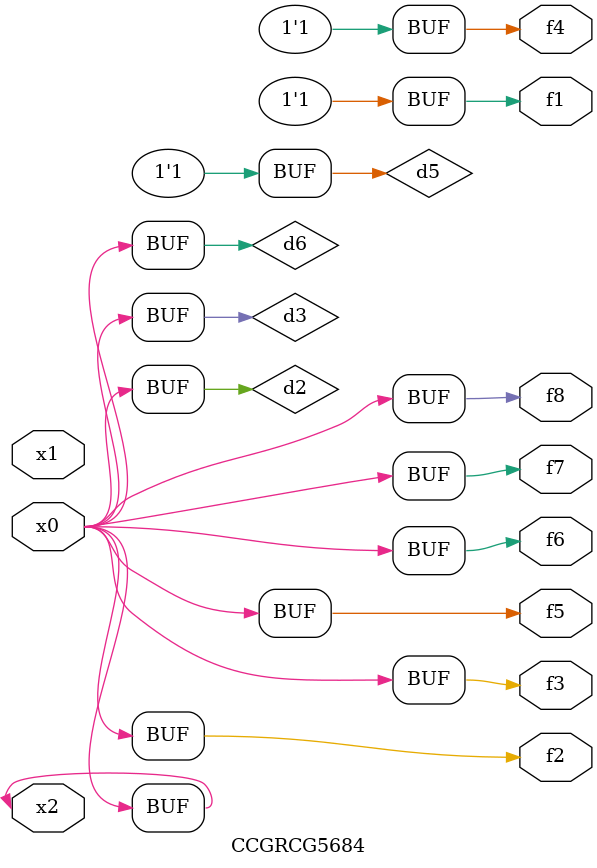
<source format=v>
module CCGRCG5684(
	input x0, x1, x2,
	output f1, f2, f3, f4, f5, f6, f7, f8
);

	wire d1, d2, d3, d4, d5, d6;

	xnor (d1, x2);
	buf (d2, x0, x2);
	and (d3, x0);
	xnor (d4, x1, x2);
	nand (d5, d1, d3);
	buf (d6, d2, d3);
	assign f1 = d5;
	assign f2 = d6;
	assign f3 = d6;
	assign f4 = d5;
	assign f5 = d6;
	assign f6 = d6;
	assign f7 = d6;
	assign f8 = d6;
endmodule

</source>
